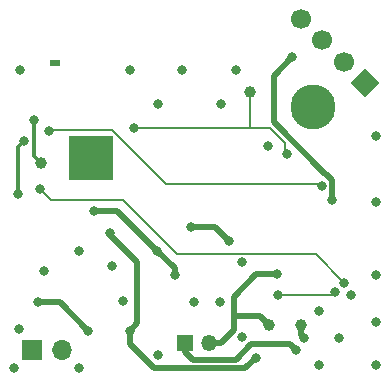
<source format=gbr>
G04 #@! TF.GenerationSoftware,KiCad,Pcbnew,7.0.2-6a45011f42~172~ubuntu22.04.1*
G04 #@! TF.CreationDate,2023-08-24T18:49:15+02:00*
G04 #@! TF.ProjectId,CH582,43483538-322e-46b6-9963-61645f706362,rev?*
G04 #@! TF.SameCoordinates,Original*
G04 #@! TF.FileFunction,Copper,L2,Bot*
G04 #@! TF.FilePolarity,Positive*
%FSLAX46Y46*%
G04 Gerber Fmt 4.6, Leading zero omitted, Abs format (unit mm)*
G04 Created by KiCad (PCBNEW 7.0.2-6a45011f42~172~ubuntu22.04.1) date 2023-08-24 18:49:15*
%MOMM*%
%LPD*%
G01*
G04 APERTURE LIST*
G04 Aperture macros list*
%AMHorizOval*
0 Thick line with rounded ends*
0 $1 width*
0 $2 $3 position (X,Y) of the first rounded end (center of the circle)*
0 $4 $5 position (X,Y) of the second rounded end (center of the circle)*
0 Add line between two ends*
20,1,$1,$2,$3,$4,$5,0*
0 Add two circle primitives to create the rounded ends*
1,1,$1,$2,$3*
1,1,$1,$4,$5*%
%AMRotRect*
0 Rectangle, with rotation*
0 The origin of the aperture is its center*
0 $1 length*
0 $2 width*
0 $3 Rotation angle, in degrees counterclockwise*
0 Add horizontal line*
21,1,$1,$2,0,0,$3*%
G04 Aperture macros list end*
G04 #@! TA.AperFunction,SMDPad,CuDef*
%ADD10C,1.000000*%
G04 #@! TD*
G04 #@! TA.AperFunction,ConnectorPad*
%ADD11C,3.800000*%
G04 #@! TD*
G04 #@! TA.AperFunction,ComponentPad*
%ADD12C,2.600000*%
G04 #@! TD*
G04 #@! TA.AperFunction,ComponentPad*
%ADD13R,0.900000X0.500000*%
G04 #@! TD*
G04 #@! TA.AperFunction,ComponentPad*
%ADD14R,1.700000X1.700000*%
G04 #@! TD*
G04 #@! TA.AperFunction,ComponentPad*
%ADD15O,1.700000X1.700000*%
G04 #@! TD*
G04 #@! TA.AperFunction,ComponentPad*
%ADD16C,0.500000*%
G04 #@! TD*
G04 #@! TA.AperFunction,SMDPad,CuDef*
%ADD17R,3.700000X3.700000*%
G04 #@! TD*
G04 #@! TA.AperFunction,ComponentPad*
%ADD18R,1.350000X1.350000*%
G04 #@! TD*
G04 #@! TA.AperFunction,ComponentPad*
%ADD19O,1.350000X1.350000*%
G04 #@! TD*
G04 #@! TA.AperFunction,ComponentPad*
%ADD20RotRect,1.700000X1.700000X225.000000*%
G04 #@! TD*
G04 #@! TA.AperFunction,ComponentPad*
%ADD21HorizOval,1.700000X0.000000X0.000000X0.000000X0.000000X0*%
G04 #@! TD*
G04 #@! TA.AperFunction,ViaPad*
%ADD22C,0.800000*%
G04 #@! TD*
G04 #@! TA.AperFunction,Conductor*
%ADD23C,0.500000*%
G04 #@! TD*
G04 #@! TA.AperFunction,Conductor*
%ADD24C,0.170000*%
G04 #@! TD*
G04 #@! TA.AperFunction,Conductor*
%ADD25C,0.320000*%
G04 #@! TD*
%ADD26C,0.350000*%
%ADD27C,0.300000*%
%ADD28C,0.200000*%
G04 APERTURE END LIST*
D10*
G04 #@! TO.P,3V1,1,1*
G04 #@! TO.N,+3V3*
X39751000Y-42672000D03*
G04 #@! TD*
D11*
G04 #@! TO.P,GND1,1,1*
G04 #@! TO.N,GND*
X40767000Y-24257000D03*
D12*
X40767000Y-24257000D03*
G04 #@! TD*
D10*
G04 #@! TO.P,VID1,1,1*
G04 #@! TO.N,VDCIA*
X17780000Y-28956000D03*
G04 #@! TD*
G04 #@! TO.P,B+1,1,1*
G04 #@! TO.N,/B+*
X37084000Y-42672000D03*
G04 #@! TD*
G04 #@! TO.P,RST1,1,1*
G04 #@! TO.N,G_RST*
X35433000Y-22987000D03*
G04 #@! TD*
D13*
G04 #@! TO.P,AE1,2,Shield*
G04 #@! TO.N,GND*
X19000000Y-20550000D03*
G04 #@! TD*
D14*
G04 #@! TO.P,J5,1,Pin_1*
G04 #@! TO.N,GND*
X17000000Y-44800000D03*
D15*
G04 #@! TO.P,J5,2,Pin_2*
G04 #@! TO.N,+5V*
X19540000Y-44800000D03*
G04 #@! TD*
D16*
G04 #@! TO.P,U3,49*
G04 #@! TO.N,N/C*
X23605482Y-26987800D03*
X22538815Y-26987800D03*
X21472149Y-26987800D03*
X20405482Y-26987800D03*
X23605482Y-28054467D03*
X22538815Y-28054467D03*
X21472149Y-28054467D03*
X20405482Y-28054467D03*
D17*
X22005482Y-28587800D03*
D16*
X23605482Y-29121133D03*
X22538815Y-29121133D03*
X21472149Y-29121133D03*
X20405482Y-29121133D03*
X23605482Y-30187800D03*
X22538815Y-30187800D03*
X21472149Y-30187800D03*
X20405482Y-30187800D03*
G04 #@! TD*
D18*
G04 #@! TO.P,J1,1,Pin_1*
G04 #@! TO.N,GND*
X30000000Y-44200000D03*
D19*
G04 #@! TO.P,J1,2,Pin_2*
G04 #@! TO.N,/B+*
X32000000Y-44200000D03*
G04 #@! TD*
D20*
G04 #@! TO.P,J3,1,Pin_1*
G04 #@! TO.N,GND*
X45200000Y-22200000D03*
D21*
G04 #@! TO.P,J3,2,Pin_2*
G04 #@! TO.N,USB_D+*
X43403949Y-20403949D03*
G04 #@! TO.P,J3,3,Pin_3*
G04 #@! TO.N,USB_D-*
X41607898Y-18607898D03*
G04 #@! TO.P,J3,4,Pin_4*
G04 #@! TO.N,/B+*
X39811846Y-16811846D03*
G04 #@! TD*
D22*
G04 #@! TO.N,GND*
X27590750Y-36417250D03*
G04 #@! TO.N,VDCIA*
X17222200Y-25377800D03*
G04 #@! TO.N,+3V3*
X40005000Y-43815000D03*
G04 #@! TO.N,GND*
X15494000Y-46355000D03*
X33020000Y-24003000D03*
X46101000Y-32258000D03*
X46101000Y-26670000D03*
X23749000Y-37719000D03*
X20955000Y-36449000D03*
X20955000Y-46355000D03*
X34798000Y-43688000D03*
X39370000Y-44831000D03*
X41275000Y-46101000D03*
X46101000Y-38481000D03*
X46101000Y-42418000D03*
X46101000Y-46101000D03*
X16002000Y-21082000D03*
X34290000Y-21082000D03*
X29718000Y-21082000D03*
X27686000Y-24003000D03*
G04 #@! TO.N,DCA1*
X41550500Y-30929361D03*
G04 #@! TO.N,GND*
X32893000Y-40767000D03*
X29083000Y-38481000D03*
X22225000Y-33050500D03*
X30734000Y-40767000D03*
X24683071Y-40696081D03*
X18034000Y-38100000D03*
G04 #@! TO.N,Net-(Q1-B)*
X30480000Y-34433500D03*
X33655000Y-35560000D03*
G04 #@! TO.N,SCL*
X37846000Y-40132000D03*
X42672000Y-39878000D03*
G04 #@! TO.N,GND*
X25273000Y-21082000D03*
G04 #@! TO.N,Net-(U4-FB)*
X17517709Y-40754353D03*
X21800000Y-43200000D03*
G04 #@! TO.N,+3V3*
X35941000Y-45466000D03*
G04 #@! TO.N,/B+*
X42418000Y-32131000D03*
X37800000Y-38400000D03*
G04 #@! TO.N,GND*
X34800000Y-37400000D03*
G04 #@! TO.N,G_RST*
X25654000Y-25982961D03*
X38578812Y-28223188D03*
G04 #@! TO.N,GND*
X36957000Y-27559000D03*
G04 #@! TO.N,DCA1*
X18496356Y-26289000D03*
G04 #@! TO.N,ADC*
X15800000Y-31600000D03*
X16357798Y-27134299D03*
G04 #@! TO.N,GND*
X27698000Y-45200000D03*
X44049500Y-40200000D03*
X43000000Y-43800000D03*
G04 #@! TO.N,ICM_CLK*
X43434000Y-39116000D03*
G04 #@! TO.N,GND*
X41275000Y-41529000D03*
X15875000Y-43000000D03*
G04 #@! TO.N,+3V3*
X23622000Y-34925000D03*
X25273000Y-43170500D03*
G04 #@! TO.N,/B+*
X39014266Y-20014266D03*
G04 #@! TO.N,ICM_CLK*
X17653000Y-31200000D03*
G04 #@! TD*
D23*
G04 #@! TO.N,GND*
X27590750Y-36417250D02*
X29083000Y-37909500D01*
X22225000Y-33050500D02*
X24224000Y-33050500D01*
X24224000Y-33050500D02*
X27590750Y-36417250D01*
X29083000Y-37909500D02*
X29083000Y-38481000D01*
D24*
G04 #@! TO.N,G_RST*
X25654000Y-25982961D02*
X25671039Y-26000000D01*
X25671039Y-26000000D02*
X35433000Y-26000000D01*
D23*
G04 #@! TO.N,/B+*
X39014266Y-20014266D02*
X39014266Y-20040734D01*
X37465000Y-25508396D02*
X41840604Y-29884000D01*
X39014266Y-20040734D02*
X37465000Y-21590000D01*
X37465000Y-21590000D02*
X37465000Y-25508396D01*
X41840604Y-29884000D02*
X41881082Y-29884000D01*
X41881082Y-29884000D02*
X42418000Y-30420918D01*
X42418000Y-30420918D02*
X42418000Y-32131000D01*
D24*
G04 #@! TO.N,DCA1*
X41550500Y-30929361D02*
X41355139Y-30734000D01*
X41355139Y-30734000D02*
X28351682Y-30734000D01*
X28351682Y-30734000D02*
X23817682Y-26200000D01*
X23817682Y-26200000D02*
X18585356Y-26200000D01*
X18585356Y-26200000D02*
X18496356Y-26289000D01*
D23*
G04 #@! TO.N,+3V3*
X23622000Y-34925000D02*
X23622000Y-35052000D01*
X23622000Y-35052000D02*
X25894550Y-37324550D01*
X25894550Y-42548950D02*
X25273000Y-43170500D01*
X25894550Y-37324550D02*
X25894550Y-42548950D01*
D24*
G04 #@! TO.N,G_RST*
X38399766Y-28044142D02*
X38399766Y-27213500D01*
X37200000Y-26000000D02*
X35433000Y-26000000D01*
X38364266Y-27178000D02*
X38364266Y-27164266D01*
X38578812Y-28223188D02*
X38399766Y-28044142D01*
X38364266Y-27164266D02*
X37200000Y-26000000D01*
X38399766Y-27213500D02*
X38364266Y-27178000D01*
D23*
G04 #@! TO.N,+3V3*
X35941000Y-45466000D02*
X35052000Y-46355000D01*
X35052000Y-46355000D02*
X27355000Y-46355000D01*
X27355000Y-46355000D02*
X25273000Y-44273000D01*
X25273000Y-44273000D02*
X25273000Y-43170500D01*
D24*
G04 #@! TO.N,G_RST*
X35433000Y-26000000D02*
X35433000Y-22987000D01*
G04 #@! TO.N,ICM_CLK*
X43434000Y-39116000D02*
X41021000Y-36703000D01*
X24680000Y-32131000D02*
X18584000Y-32131000D01*
X41021000Y-36703000D02*
X29252000Y-36703000D01*
X29252000Y-36703000D02*
X24680000Y-32131000D01*
X18584000Y-32131000D02*
X17653000Y-31200000D01*
D25*
G04 #@! TO.N,VDCIA*
X17222200Y-25377800D02*
X17222200Y-28398200D01*
X17222200Y-28398200D02*
X17780000Y-28956000D01*
G04 #@! TO.N,ADC*
X16357798Y-27134299D02*
X16299701Y-27134299D01*
X16299701Y-27134299D02*
X15800000Y-27634000D01*
X15800000Y-27634000D02*
X15800000Y-31600000D01*
D23*
G04 #@! TO.N,+3V3*
X40005000Y-43815000D02*
X39751000Y-43561000D01*
X39751000Y-43561000D02*
X39751000Y-42672000D01*
G04 #@! TO.N,/B+*
X34124000Y-41910000D02*
X34124000Y-40302345D01*
X34124000Y-43092000D02*
X34124000Y-41910000D01*
X34124000Y-41910000D02*
X36322000Y-41910000D01*
X36322000Y-41910000D02*
X37084000Y-42672000D01*
X32000000Y-44200000D02*
X33016000Y-44200000D01*
X33016000Y-44200000D02*
X34124000Y-43092000D01*
X37797828Y-38402172D02*
X37800000Y-38400000D01*
X34124000Y-40302345D02*
X36024173Y-38402172D01*
X36024173Y-38402172D02*
X37797828Y-38402172D01*
G04 #@! TO.N,Net-(U4-FB)*
X17517709Y-40754353D02*
X19354353Y-40754353D01*
X19354353Y-40754353D02*
X21800000Y-43200000D01*
D24*
G04 #@! TO.N,SCL*
X42672000Y-39878000D02*
X42418000Y-40132000D01*
D23*
G04 #@! TO.N,GND*
X30000000Y-44200000D02*
X30000000Y-44986000D01*
X30000000Y-44986000D02*
X30669000Y-45655000D01*
X30669000Y-45655000D02*
X34267918Y-45655000D01*
X34267918Y-45655000D02*
X35599918Y-44323000D01*
X35599918Y-44323000D02*
X38862000Y-44323000D01*
X38862000Y-44323000D02*
X39370000Y-44831000D01*
G04 #@! TO.N,Net-(Q1-B)*
X32528500Y-34433500D02*
X30480000Y-34433500D01*
X33655000Y-35560000D02*
X32528500Y-34433500D01*
D24*
G04 #@! TO.N,SCL*
X37846000Y-40132000D02*
X42418000Y-40132000D01*
G04 #@! TD*
D26*
X27590750Y-36417250D03*
X17222200Y-25377800D03*
X40005000Y-43815000D03*
X15494000Y-46355000D03*
X33020000Y-24003000D03*
X46101000Y-32258000D03*
X46101000Y-26670000D03*
X23749000Y-37719000D03*
X20955000Y-36449000D03*
X20955000Y-46355000D03*
X34798000Y-43688000D03*
X39370000Y-44831000D03*
X41275000Y-46101000D03*
X46101000Y-38481000D03*
X46101000Y-42418000D03*
X46101000Y-46101000D03*
X16002000Y-21082000D03*
X34290000Y-21082000D03*
X29718000Y-21082000D03*
X27686000Y-24003000D03*
X41550500Y-30929361D03*
X32893000Y-40767000D03*
X29083000Y-38481000D03*
X22225000Y-33050500D03*
X30734000Y-40767000D03*
X24683071Y-40696081D03*
X18034000Y-38100000D03*
X30480000Y-34433500D03*
X33655000Y-35560000D03*
X37846000Y-40132000D03*
X42672000Y-39878000D03*
X25273000Y-21082000D03*
X17517709Y-40754353D03*
X21800000Y-43200000D03*
X35941000Y-45466000D03*
X42418000Y-32131000D03*
X37800000Y-38400000D03*
X34800000Y-37400000D03*
X25654000Y-25982961D03*
X38578812Y-28223188D03*
X36957000Y-27559000D03*
X18496356Y-26289000D03*
X15800000Y-31600000D03*
X16357798Y-27134299D03*
X27698000Y-45200000D03*
X44049500Y-40200000D03*
X43000000Y-43800000D03*
X43434000Y-39116000D03*
X41275000Y-41529000D03*
X15875000Y-43000000D03*
X23622000Y-34925000D03*
X25273000Y-43170500D03*
X39014266Y-20014266D03*
X17653000Y-31200000D03*
X40767000Y-24257000D03*
D27*
X19000000Y-20550000D03*
D26*
X17000000Y-44800000D03*
X19540000Y-44800000D03*
D28*
X23605482Y-26987800D03*
X22538815Y-26987800D03*
X21472149Y-26987800D03*
X20405482Y-26987800D03*
X23605482Y-28054467D03*
X22538815Y-28054467D03*
X21472149Y-28054467D03*
X20405482Y-28054467D03*
X23605482Y-29121133D03*
X22538815Y-29121133D03*
X21472149Y-29121133D03*
X20405482Y-29121133D03*
X23605482Y-30187800D03*
X22538815Y-30187800D03*
X21472149Y-30187800D03*
X20405482Y-30187800D03*
D26*
X30000000Y-44200000D03*
X32000000Y-44200000D03*
X45200000Y-22200000D03*
X43403949Y-20403949D03*
X41607898Y-18607898D03*
X39811846Y-16811846D03*
M02*

</source>
